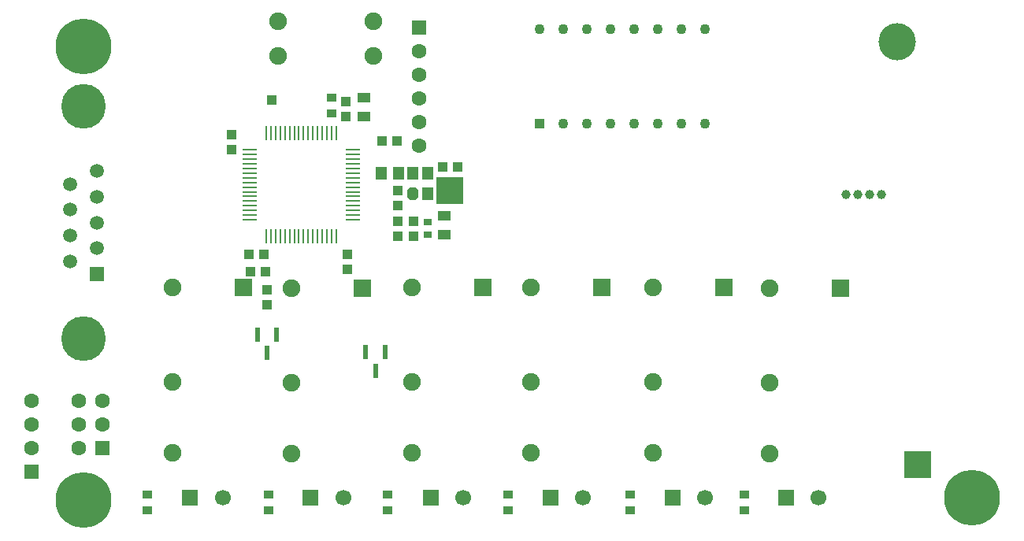
<source format=gbr>
%TF.GenerationSoftware,Altium Limited,Altium NEXUS,2.1.9 (83)*%
G04 Layer_Color=255*
%FSLAX44Y44*%
%MOMM*%
%TF.FileFunction,Pads,Bot*%
%TF.Part,Single*%
G01*
G75*
%TA.AperFunction,SMDPad,CuDef*%
%ADD15R,1.0000X0.9000*%
%ADD16R,1.4000X1.0000*%
%ADD22R,1.0000X1.0000*%
%ADD23R,0.6100X1.6100*%
%ADD32R,1.0000X1.0000*%
%TA.AperFunction,ComponentPad*%
%ADD40R,1.9000X1.9000*%
%ADD41C,1.9000*%
%ADD42R,1.7000X1.7000*%
%ADD43C,1.7000*%
%TA.AperFunction,ViaPad*%
%ADD44C,4.0000*%
%ADD45C,6.0000*%
%TA.AperFunction,ComponentPad*%
%ADD46R,1.6000X1.6000*%
%ADD47C,1.6000*%
%ADD48C,1.0000*%
%ADD49R,1.1000X1.1000*%
%ADD50C,1.1000*%
%ADD51C,4.8000*%
%ADD52C,1.5000*%
%ADD53R,1.5000X1.5000*%
%TA.AperFunction,SMDPad,CuDef*%
%ADD55R,3.0000X3.0000*%
%ADD56R,1.1500X1.4000*%
G04:AMPARAMS|DCode=57|XSize=1.4mm|YSize=1.15mm|CornerRadius=0mm|HoleSize=0mm|Usage=FLASHONLY|Rotation=270.000|XOffset=0mm|YOffset=0mm|HoleType=Round|Shape=Octagon|*
%AMOCTAGOND57*
4,1,8,-0.2875,-0.7000,0.2875,-0.7000,0.5750,-0.4125,0.5750,0.4125,0.2875,0.7000,-0.2875,0.7000,-0.5750,0.4125,-0.5750,-0.4125,-0.2875,-0.7000,0.0*
%
%ADD57OCTAGOND57*%

%ADD58R,1.2000X1.4000*%
%ADD59R,0.9000X0.8000*%
%ADD60O,1.5500X0.2500*%
%ADD61O,0.2500X1.5500*%
D15*
X1060450Y288680D02*
D03*
Y305680D02*
D03*
X937768Y288680D02*
D03*
Y305680D02*
D03*
X806196Y288680D02*
D03*
Y305680D02*
D03*
X548894Y288680D02*
D03*
Y305680D02*
D03*
X419100Y288680D02*
D03*
Y305680D02*
D03*
X676910Y288680D02*
D03*
Y305680D02*
D03*
X617220Y715400D02*
D03*
Y732400D02*
D03*
D16*
X651510Y732470D02*
D03*
Y712470D02*
D03*
X737870Y605630D02*
D03*
Y585630D02*
D03*
D22*
X547370Y510160D02*
D03*
Y526160D02*
D03*
X509270Y692530D02*
D03*
Y676530D02*
D03*
X688340Y616840D02*
D03*
Y632840D02*
D03*
X704850Y583820D02*
D03*
Y599820D02*
D03*
X688340Y583820D02*
D03*
Y599820D02*
D03*
X633730Y548260D02*
D03*
Y564260D02*
D03*
X632460Y712090D02*
D03*
Y728090D02*
D03*
D23*
X663866Y439078D02*
D03*
X674116Y458978D02*
D03*
X653616D02*
D03*
X547370Y458172D02*
D03*
X557620Y478072D02*
D03*
X537120D02*
D03*
D32*
X552450Y730250D02*
D03*
X529464Y545338D02*
D03*
X545464D02*
D03*
X687450Y685800D02*
D03*
X671450D02*
D03*
X543940Y563880D02*
D03*
X527940D02*
D03*
X752220Y657860D02*
D03*
X736220D02*
D03*
D40*
X650240Y527304D02*
D03*
X1163574Y527558D02*
D03*
X1038352Y528320D02*
D03*
X907542Y528066D02*
D03*
X779526Y528320D02*
D03*
X521970Y528574D02*
D03*
D41*
X574040Y349504D02*
D03*
Y425704D02*
D03*
Y527304D02*
D03*
X1087374Y349758D02*
D03*
Y425958D02*
D03*
Y527558D02*
D03*
X962152Y350520D02*
D03*
Y426720D02*
D03*
Y528320D02*
D03*
X831342Y350266D02*
D03*
Y426466D02*
D03*
Y528066D02*
D03*
X703326Y350520D02*
D03*
Y426720D02*
D03*
Y528320D02*
D03*
X445770Y350774D02*
D03*
Y426974D02*
D03*
Y528574D02*
D03*
X661912Y814494D02*
D03*
X559412D02*
D03*
X661912Y777494D02*
D03*
X559412D02*
D03*
D42*
X852170Y302720D02*
D03*
X464820D02*
D03*
X594360Y302260D02*
D03*
X723190Y302720D02*
D03*
X983540D02*
D03*
X1105460D02*
D03*
D43*
X887170D02*
D03*
X499820D02*
D03*
X629360Y302260D02*
D03*
X758190Y302720D02*
D03*
X1018540D02*
D03*
X1140460D02*
D03*
D44*
X1225042Y792734D02*
D03*
D45*
X1305306Y302260D02*
D03*
X350000Y299720D02*
D03*
Y787400D02*
D03*
D46*
X711200Y807720D02*
D03*
X294640Y330200D02*
D03*
X370840Y355600D02*
D03*
D47*
X711200Y782320D02*
D03*
Y756920D02*
D03*
Y731520D02*
D03*
Y706120D02*
D03*
Y680720D02*
D03*
X294640Y406400D02*
D03*
Y381000D02*
D03*
Y355600D02*
D03*
X345440Y406400D02*
D03*
X370840D02*
D03*
X345440Y381000D02*
D03*
X370840D02*
D03*
X345440Y355600D02*
D03*
D48*
X1207570Y628650D02*
D03*
X1195070D02*
D03*
X1182570D02*
D03*
X1170070D02*
D03*
D49*
X840740Y704850D02*
D03*
D50*
X866140D02*
D03*
X891540D02*
D03*
X916940D02*
D03*
X942340D02*
D03*
X967740D02*
D03*
X993140D02*
D03*
X1018540D02*
D03*
Y806450D02*
D03*
X993140D02*
D03*
X967740D02*
D03*
X942340D02*
D03*
X916940D02*
D03*
X891540D02*
D03*
X866140D02*
D03*
X840740D02*
D03*
D51*
X350000Y473170D02*
D03*
Y723170D02*
D03*
D52*
X335800Y639720D02*
D03*
Y612020D02*
D03*
Y584320D02*
D03*
Y556620D02*
D03*
X364200Y570470D02*
D03*
Y653570D02*
D03*
Y625870D02*
D03*
Y598170D02*
D03*
D53*
Y542770D02*
D03*
D55*
X1246632Y337566D02*
D03*
X744220Y632460D02*
D03*
D56*
X704470Y651080D02*
D03*
X720470Y629080D02*
D03*
Y651080D02*
D03*
D57*
X704470Y629080D02*
D03*
D58*
X688450Y651510D02*
D03*
X670450D02*
D03*
D59*
X720090Y584820D02*
D03*
Y598820D02*
D03*
D60*
X639450Y676310D02*
D03*
Y671310D02*
D03*
Y666310D02*
D03*
Y661310D02*
D03*
Y656310D02*
D03*
Y651310D02*
D03*
Y646310D02*
D03*
Y641310D02*
D03*
Y636310D02*
D03*
Y631310D02*
D03*
Y626310D02*
D03*
Y621310D02*
D03*
Y616310D02*
D03*
Y611310D02*
D03*
Y606310D02*
D03*
Y601310D02*
D03*
X528950D02*
D03*
Y606310D02*
D03*
Y611310D02*
D03*
Y616310D02*
D03*
Y621310D02*
D03*
Y626310D02*
D03*
Y631310D02*
D03*
Y636310D02*
D03*
Y641310D02*
D03*
Y646310D02*
D03*
Y651310D02*
D03*
Y656310D02*
D03*
Y661310D02*
D03*
Y666310D02*
D03*
Y671310D02*
D03*
Y676310D02*
D03*
D61*
X621700Y583560D02*
D03*
X616700D02*
D03*
X611700D02*
D03*
X606700D02*
D03*
X601700D02*
D03*
X596700D02*
D03*
X591700D02*
D03*
X586700D02*
D03*
X581700D02*
D03*
X576700D02*
D03*
X571700D02*
D03*
X566700D02*
D03*
X561700D02*
D03*
X556700D02*
D03*
X551700D02*
D03*
X546700D02*
D03*
Y694060D02*
D03*
X551700D02*
D03*
X556700D02*
D03*
X561700D02*
D03*
X566700D02*
D03*
X571700D02*
D03*
X576700D02*
D03*
X581700D02*
D03*
X586700D02*
D03*
X591700D02*
D03*
X596700D02*
D03*
X601700D02*
D03*
X606700D02*
D03*
X611700D02*
D03*
X616700D02*
D03*
X621700D02*
D03*
%TF.MD5,62339fbff779c07eb0a7f5c1c6342517*%
M02*

</source>
